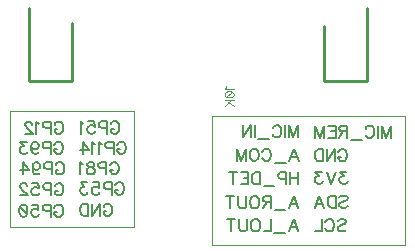
<source format=gbo>
G04 DipTrace 2.4.0.2*
%INBottomSilk.gbr*%
%MOIN*%
%ADD10C,0.0098*%
%ADD23C,0.0013*%
%ADD98C,0.0046*%
%ADD99C,0.0062*%
%FSLAX44Y44*%
G04*
G70*
G90*
G75*
G01*
%LNBotSilk*%
%LPD*%
X8050Y17077D2*
D10*
Y14620D1*
X9484D1*
Y16565D1*
X17876Y16463D2*
Y14620D1*
X19310D1*
Y17077D1*
X7422Y13641D2*
D23*
X11555D1*
Y9752D1*
X7422D1*
Y13641D1*
X14151Y13475D2*
X20594D1*
Y9173D1*
X14151D1*
Y13475D1*
X14627Y14455D2*
D98*
X14613Y14426D1*
X14570Y14383D1*
X14871D1*
X14570Y14204D2*
X14584Y14248D1*
X14627Y14276D1*
X14699Y14291D1*
X14742D1*
X14814Y14276D1*
X14857Y14248D1*
X14871Y14204D1*
Y14176D1*
X14857Y14133D1*
X14814Y14104D1*
X14742Y14090D1*
X14699D1*
X14627Y14104D1*
X14584Y14133D1*
X14570Y14176D1*
Y14204D1*
X14627Y14104D2*
X14814Y14276D1*
X14569Y13997D2*
X14871D1*
X14569Y13796D2*
X14770Y13997D1*
X14698Y13925D2*
X14871Y13796D1*
X8906Y13181D2*
D99*
X8925Y13219D1*
X8964Y13258D1*
X9002Y13277D1*
X9078D1*
X9117Y13258D1*
X9155Y13219D1*
X9174Y13181D1*
X9193Y13124D1*
Y13028D1*
X9174Y12971D1*
X9155Y12932D1*
X9117Y12894D1*
X9078Y12875D1*
X9002D1*
X8964Y12894D1*
X8925Y12932D1*
X8906Y12971D1*
Y13028D1*
X9002D1*
X8783Y13066D2*
X8610D1*
X8553Y13085D1*
X8534Y13105D1*
X8515Y13143D1*
Y13200D1*
X8534Y13238D1*
X8553Y13258D1*
X8610Y13277D1*
X8783D1*
Y12875D1*
X8391Y13200D2*
X8353Y13219D1*
X8295Y13276D1*
Y12875D1*
X8152Y13181D2*
Y13200D1*
X8133Y13238D1*
X8114Y13257D1*
X8076Y13276D1*
X7999D1*
X7961Y13257D1*
X7942Y13238D1*
X7923Y13200D1*
Y13162D1*
X7942Y13123D1*
X7980Y13066D1*
X8172Y12875D1*
X7904D1*
X8899Y12511D2*
X8918Y12549D1*
X8956Y12588D1*
X8994Y12607D1*
X9071D1*
X9109Y12588D1*
X9147Y12549D1*
X9167Y12511D1*
X9186Y12454D1*
Y12358D1*
X9167Y12301D1*
X9147Y12262D1*
X9109Y12224D1*
X9071Y12205D1*
X8994D1*
X8956Y12224D1*
X8918Y12262D1*
X8899Y12301D1*
Y12358D1*
X8994D1*
X8775Y12396D2*
X8603D1*
X8546Y12415D1*
X8526Y12435D1*
X8507Y12473D1*
Y12530D1*
X8526Y12568D1*
X8546Y12588D1*
X8603Y12607D1*
X8775D1*
Y12205D1*
X8135Y12473D2*
X8154Y12415D1*
X8192Y12377D1*
X8250Y12358D1*
X8269D1*
X8326Y12377D1*
X8364Y12415D1*
X8384Y12473D1*
Y12492D1*
X8364Y12549D1*
X8326Y12587D1*
X8269Y12606D1*
X8250D1*
X8192Y12587D1*
X8154Y12549D1*
X8135Y12473D1*
Y12377D1*
X8154Y12281D1*
X8192Y12224D1*
X8250Y12205D1*
X8288D1*
X8345Y12224D1*
X8364Y12262D1*
X7973Y12606D2*
X7763D1*
X7877Y12453D1*
X7820D1*
X7782Y12434D1*
X7763Y12415D1*
X7743Y12358D1*
Y12320D1*
X7763Y12262D1*
X7801Y12224D1*
X7858Y12205D1*
X7916D1*
X7973Y12224D1*
X7992Y12243D1*
X8011Y12281D1*
X8939Y11825D2*
X8958Y11863D1*
X8997Y11901D1*
X9035Y11920D1*
X9111D1*
X9149Y11901D1*
X9188Y11863D1*
X9207Y11825D1*
X9226Y11767D1*
Y11671D1*
X9207Y11614D1*
X9188Y11576D1*
X9149Y11538D1*
X9111Y11518D1*
X9035D1*
X8997Y11538D1*
X8958Y11576D1*
X8939Y11614D1*
Y11671D1*
X9035D1*
X8816Y11710D2*
X8643D1*
X8586Y11729D1*
X8567Y11748D1*
X8548Y11786D1*
Y11844D1*
X8567Y11882D1*
X8586Y11901D1*
X8643Y11920D1*
X8816D1*
Y11518D1*
X8175Y11786D2*
X8195Y11729D1*
X8233Y11690D1*
X8290Y11671D1*
X8309D1*
X8367Y11690D1*
X8405Y11729D1*
X8424Y11786D1*
Y11805D1*
X8405Y11863D1*
X8367Y11901D1*
X8309Y11920D1*
X8290D1*
X8233Y11901D1*
X8195Y11863D1*
X8175Y11786D1*
Y11690D1*
X8195Y11595D1*
X8233Y11537D1*
X8290Y11518D1*
X8328D1*
X8386Y11537D1*
X8405Y11576D1*
X7860Y11518D2*
Y11920D1*
X8052Y11652D1*
X7765D1*
X8912Y11130D2*
X8931Y11168D1*
X8970Y11206D1*
X9008Y11225D1*
X9084D1*
X9123Y11206D1*
X9161Y11168D1*
X9180Y11130D1*
X9199Y11072D1*
Y10976D1*
X9180Y10919D1*
X9161Y10881D1*
X9123Y10843D1*
X9084Y10823D1*
X9008D1*
X8970Y10843D1*
X8931Y10881D1*
X8912Y10919D1*
Y10976D1*
X9008D1*
X8789Y11015D2*
X8616D1*
X8559Y11034D1*
X8540Y11053D1*
X8521Y11091D1*
Y11149D1*
X8540Y11187D1*
X8559Y11206D1*
X8616Y11225D1*
X8789D1*
Y10823D1*
X8168Y11225D2*
X8359D1*
X8378Y11053D1*
X8359Y11072D1*
X8301Y11091D1*
X8244D1*
X8187Y11072D1*
X8148Y11034D1*
X8129Y10976D1*
Y10938D1*
X8148Y10881D1*
X8187Y10842D1*
X8244Y10823D1*
X8301D1*
X8359Y10842D1*
X8378Y10862D1*
X8397Y10900D1*
X7986Y11129D2*
Y11148D1*
X7967Y11187D1*
X7948Y11206D1*
X7910Y11225D1*
X7833D1*
X7795Y11206D1*
X7776Y11187D1*
X7757Y11148D1*
Y11110D1*
X7776Y11072D1*
X7814Y11015D1*
X8006Y10823D1*
X7738D1*
X8901Y10417D2*
X8920Y10455D1*
X8958Y10493D1*
X8996Y10512D1*
X9073D1*
X9111Y10493D1*
X9149Y10455D1*
X9169Y10417D1*
X9188Y10359D1*
Y10263D1*
X9169Y10206D1*
X9149Y10168D1*
X9111Y10130D1*
X9073Y10110D1*
X8996D1*
X8958Y10130D1*
X8920Y10168D1*
X8901Y10206D1*
Y10263D1*
X8996D1*
X8777Y10302D2*
X8605D1*
X8548Y10321D1*
X8528Y10340D1*
X8509Y10378D1*
Y10436D1*
X8528Y10474D1*
X8548Y10493D1*
X8605Y10512D1*
X8777D1*
Y10110D1*
X8156Y10512D2*
X8347D1*
X8366Y10340D1*
X8347Y10359D1*
X8290Y10378D1*
X8233D1*
X8175Y10359D1*
X8137Y10321D1*
X8118Y10263D1*
Y10225D1*
X8137Y10168D1*
X8175Y10129D1*
X8233Y10110D1*
X8290D1*
X8347Y10129D1*
X8366Y10149D1*
X8386Y10187D1*
X7879Y10512D2*
X7937Y10493D1*
X7975Y10435D1*
X7994Y10340D1*
Y10282D1*
X7975Y10187D1*
X7937Y10129D1*
X7879Y10110D1*
X7841D1*
X7784Y10129D1*
X7746Y10187D1*
X7726Y10282D1*
Y10340D1*
X7746Y10435D1*
X7784Y10493D1*
X7841Y10512D1*
X7879D1*
X7746Y10435D2*
X7975Y10187D1*
X10774Y13189D2*
X10793Y13227D1*
X10831Y13266D1*
X10869Y13285D1*
X10946D1*
X10984Y13266D1*
X11022Y13227D1*
X11042Y13189D1*
X11061Y13132D1*
Y13036D1*
X11042Y12979D1*
X11022Y12940D1*
X10984Y12902D1*
X10946Y12883D1*
X10869D1*
X10831Y12902D1*
X10793Y12940D1*
X10774Y12979D1*
Y13036D1*
X10869D1*
X10650Y13074D2*
X10478D1*
X10421Y13093D1*
X10401Y13113D1*
X10382Y13151D1*
Y13208D1*
X10401Y13246D1*
X10421Y13266D1*
X10478Y13285D1*
X10650D1*
Y12883D1*
X10029Y13284D2*
X10220D1*
X10239Y13112D1*
X10220Y13131D1*
X10163Y13151D1*
X10106D1*
X10048Y13131D1*
X10010Y13093D1*
X9991Y13036D1*
Y12998D1*
X10010Y12940D1*
X10048Y12902D1*
X10106Y12883D1*
X10163D1*
X10220Y12902D1*
X10239Y12921D1*
X10259Y12959D1*
X9867Y13208D2*
X9829Y13227D1*
X9771Y13284D1*
Y12883D1*
X10993Y12507D2*
X11012Y12545D1*
X11050Y12584D1*
X11089Y12603D1*
X11165D1*
X11203Y12584D1*
X11242Y12545D1*
X11261Y12507D1*
X11280Y12450D1*
Y12354D1*
X11261Y12297D1*
X11242Y12259D1*
X11203Y12220D1*
X11165Y12201D1*
X11089D1*
X11050Y12220D1*
X11012Y12259D1*
X10993Y12297D1*
Y12354D1*
X11089D1*
X10869Y12392D2*
X10697D1*
X10640Y12411D1*
X10621Y12431D1*
X10602Y12469D1*
Y12526D1*
X10621Y12564D1*
X10640Y12584D1*
X10697Y12603D1*
X10869D1*
Y12201D1*
X10478Y12526D2*
X10440Y12545D1*
X10382Y12603D1*
Y12201D1*
X10259Y12526D2*
X10220Y12545D1*
X10163Y12603D1*
Y12201D1*
X9848D2*
Y12603D1*
X10039Y12335D1*
X9752D1*
X10757Y11836D2*
X10776Y11874D1*
X10815Y11912D1*
X10853Y11931D1*
X10929D1*
X10968Y11912D1*
X11006Y11874D1*
X11025Y11836D1*
X11044Y11778D1*
Y11682D1*
X11025Y11625D1*
X11006Y11587D1*
X10968Y11549D1*
X10929Y11529D1*
X10853D1*
X10815Y11549D1*
X10776Y11587D1*
X10757Y11625D1*
Y11682D1*
X10853D1*
X10634Y11721D2*
X10462D1*
X10404Y11740D1*
X10385Y11759D1*
X10366Y11797D1*
Y11855D1*
X10385Y11893D1*
X10404Y11912D1*
X10462Y11931D1*
X10634D1*
Y11529D1*
X10147Y11931D2*
X10204Y11912D1*
X10223Y11874D1*
Y11835D1*
X10204Y11797D1*
X10166Y11778D1*
X10090Y11759D1*
X10032Y11740D1*
X9994Y11701D1*
X9975Y11663D1*
Y11606D1*
X9994Y11568D1*
X10013Y11548D1*
X10070Y11529D1*
X10147D1*
X10204Y11548D1*
X10223Y11568D1*
X10242Y11606D1*
Y11663D1*
X10223Y11701D1*
X10185Y11740D1*
X10128Y11759D1*
X10051Y11778D1*
X10013Y11797D1*
X9994Y11835D1*
Y11874D1*
X10013Y11912D1*
X10070Y11931D1*
X10147D1*
X9851Y11854D2*
X9813Y11874D1*
X9756Y11931D1*
Y11529D1*
X10928Y11156D2*
X10947Y11194D1*
X10985Y11232D1*
X11023Y11251D1*
X11100D1*
X11138Y11232D1*
X11176Y11194D1*
X11196Y11156D1*
X11215Y11098D1*
Y11002D1*
X11196Y10945D1*
X11176Y10907D1*
X11138Y10869D1*
X11100Y10849D1*
X11023D1*
X10985Y10869D1*
X10947Y10907D1*
X10928Y10945D1*
Y11002D1*
X11023D1*
X10804Y11041D2*
X10632D1*
X10575Y11060D1*
X10555Y11079D1*
X10536Y11117D1*
Y11175D1*
X10555Y11213D1*
X10575Y11232D1*
X10632Y11251D1*
X10804D1*
Y10849D1*
X10183Y11251D2*
X10374D1*
X10393Y11079D1*
X10374Y11098D1*
X10317Y11117D1*
X10260D1*
X10202Y11098D1*
X10164Y11060D1*
X10145Y11002D1*
Y10964D1*
X10164Y10907D1*
X10202Y10868D1*
X10260Y10849D1*
X10317D1*
X10374Y10868D1*
X10393Y10888D1*
X10413Y10926D1*
X9983Y11251D2*
X9773D1*
X9887Y11098D1*
X9830D1*
X9792Y11079D1*
X9773Y11060D1*
X9753Y11002D1*
Y10964D1*
X9773Y10907D1*
X9811Y10868D1*
X9868Y10849D1*
X9926D1*
X9983Y10868D1*
X10002Y10888D1*
X10021Y10926D1*
X10536Y10443D2*
X10555Y10482D1*
X10593Y10520D1*
X10631Y10539D1*
X10708D1*
X10746Y10520D1*
X10784Y10482D1*
X10804Y10443D1*
X10823Y10386D1*
Y10290D1*
X10804Y10233D1*
X10784Y10195D1*
X10746Y10157D1*
X10708Y10137D1*
X10631D1*
X10593Y10157D1*
X10555Y10195D1*
X10536Y10233D1*
Y10290D1*
X10631D1*
X10144Y10539D2*
Y10137D1*
X10412Y10539D1*
Y10137D1*
X10021Y10539D2*
Y10137D1*
X9887D1*
X9829Y10157D1*
X9791Y10195D1*
X9772Y10233D1*
X9753Y10290D1*
Y10386D1*
X9772Y10443D1*
X9791Y10482D1*
X9829Y10520D1*
X9887Y10539D1*
X10021D1*
X16714Y12758D2*
Y13160D1*
X16867Y12758D1*
X17020Y13160D1*
Y12758D1*
X16590Y13160D2*
Y12758D1*
X16180Y13065D2*
X16199Y13103D1*
X16237Y13141D1*
X16275Y13160D1*
X16352D1*
X16390Y13141D1*
X16428Y13103D1*
X16448Y13065D1*
X16467Y13007D1*
Y12911D1*
X16448Y12854D1*
X16428Y12816D1*
X16390Y12778D1*
X16352Y12758D1*
X16275D1*
X16237Y12778D1*
X16199Y12816D1*
X16180Y12854D1*
X16056Y12692D2*
X15693D1*
X15569Y13160D2*
Y12758D1*
X15178Y13160D2*
Y12758D1*
X15446Y13160D1*
Y12758D1*
X16730Y11968D2*
X16883Y12370D1*
X17036Y11968D1*
X16979Y12102D2*
X16787D1*
X16606Y11902D2*
X16243D1*
X15832Y12275D2*
X15851Y12313D1*
X15890Y12351D1*
X15928Y12370D1*
X16004D1*
X16043Y12351D1*
X16081Y12313D1*
X16100Y12275D1*
X16119Y12217D1*
Y12121D1*
X16100Y12064D1*
X16081Y12026D1*
X16043Y11988D1*
X16004Y11968D1*
X15928D1*
X15890Y11988D1*
X15851Y12026D1*
X15832Y12064D1*
X15594Y12370D2*
X15632Y12351D1*
X15670Y12313D1*
X15690Y12275D1*
X15709Y12217D1*
Y12121D1*
X15690Y12064D1*
X15670Y12026D1*
X15632Y11988D1*
X15594Y11968D1*
X15517D1*
X15479Y11988D1*
X15441Y12026D1*
X15422Y12064D1*
X15403Y12121D1*
Y12217D1*
X15422Y12275D1*
X15441Y12313D1*
X15479Y12351D1*
X15517Y12370D1*
X15594D1*
X14973Y11968D2*
Y12370D1*
X15126Y11968D1*
X15279Y12370D1*
Y11968D1*
X17017Y11587D2*
Y11185D1*
X16749Y11587D2*
Y11185D1*
X17017Y11396D2*
X16749D1*
X16626Y11377D2*
X16453D1*
X16396Y11396D1*
X16377Y11415D1*
X16358Y11453D1*
Y11511D1*
X16377Y11549D1*
X16396Y11568D1*
X16453Y11587D1*
X16626D1*
Y11185D1*
X16234Y11119D2*
X15871D1*
X15747Y11587D2*
Y11185D1*
X15613D1*
X15556Y11205D1*
X15517Y11243D1*
X15498Y11281D1*
X15479Y11338D1*
Y11434D1*
X15498Y11492D1*
X15517Y11530D1*
X15556Y11568D1*
X15613Y11587D1*
X15747D1*
X15107D2*
X15356D1*
Y11185D1*
X15107D1*
X15356Y11396D2*
X15203D1*
X14850Y11587D2*
Y11185D1*
X14984Y11587D2*
X14716D1*
X16725Y10390D2*
X16879Y10792D1*
X17032Y10390D1*
X16974Y10524D2*
X16783D1*
X16602Y10323D2*
X16238D1*
X16115Y10600D2*
X15943D1*
X15885Y10620D1*
X15866Y10639D1*
X15847Y10677D1*
Y10715D1*
X15866Y10753D1*
X15885Y10773D1*
X15943Y10792D1*
X16115D1*
Y10390D1*
X15981Y10600D2*
X15847Y10390D1*
X15608Y10792D2*
X15647Y10773D1*
X15685Y10734D1*
X15704Y10696D1*
X15723Y10639D1*
Y10543D1*
X15704Y10486D1*
X15685Y10447D1*
X15647Y10409D1*
X15608Y10390D1*
X15532D1*
X15494Y10409D1*
X15455Y10447D1*
X15436Y10486D1*
X15417Y10543D1*
Y10639D1*
X15436Y10696D1*
X15455Y10734D1*
X15494Y10773D1*
X15532Y10792D1*
X15608D1*
X15294D2*
Y10505D1*
X15275Y10447D1*
X15236Y10409D1*
X15179Y10390D1*
X15141D1*
X15083Y10409D1*
X15045Y10447D1*
X15026Y10505D1*
Y10792D1*
X14768D2*
Y10390D1*
X14902Y10792D2*
X14634D1*
X16718Y9623D2*
X16872Y10024D1*
X17025Y9623D1*
X16967Y9756D2*
X16776D1*
X16595Y9556D2*
X16231D1*
X16108Y10024D2*
Y9623D1*
X15878D1*
X15640Y10024D2*
X15678Y10005D1*
X15716Y9967D1*
X15736Y9929D1*
X15755Y9871D1*
Y9776D1*
X15736Y9718D1*
X15716Y9680D1*
X15678Y9642D1*
X15640Y9623D1*
X15563D1*
X15525Y9642D1*
X15487Y9680D1*
X15468Y9718D1*
X15449Y9776D1*
Y9871D1*
X15468Y9929D1*
X15487Y9967D1*
X15525Y10005D1*
X15563Y10024D1*
X15640D1*
X15325D2*
Y9737D1*
X15306Y9680D1*
X15268Y9642D1*
X15210Y9623D1*
X15172D1*
X15115Y9642D1*
X15076Y9680D1*
X15057Y9737D1*
Y10024D1*
X14800D2*
Y9623D1*
X14934Y10024D2*
X14666D1*
X19805Y12740D2*
Y13142D1*
X19958Y12740D1*
X20111Y13142D1*
Y12740D1*
X19682Y13142D2*
Y12740D1*
X19271Y13047D2*
X19290Y13085D1*
X19329Y13123D1*
X19367Y13142D1*
X19443D1*
X19482Y13123D1*
X19520Y13085D1*
X19539Y13047D1*
X19558Y12989D1*
Y12893D1*
X19539Y12836D1*
X19520Y12798D1*
X19482Y12760D1*
X19443Y12740D1*
X19367D1*
X19329Y12760D1*
X19290Y12798D1*
X19271Y12836D1*
X19148Y12674D2*
X18784D1*
X18661Y12951D2*
X18489D1*
X18431Y12970D1*
X18412Y12989D1*
X18393Y13027D1*
Y13066D1*
X18412Y13104D1*
X18431Y13123D1*
X18489Y13142D1*
X18661D1*
Y12740D1*
X18527Y12951D2*
X18393Y12740D1*
X18021Y13142D2*
X18269D1*
Y12740D1*
X18021D1*
X18269Y12951D2*
X18116D1*
X17591Y12740D2*
Y13142D1*
X17744Y12740D1*
X17897Y13142D1*
Y12740D1*
X18360Y12269D2*
X18379Y12307D1*
X18418Y12346D1*
X18456Y12365D1*
X18532D1*
X18571Y12346D1*
X18609Y12307D1*
X18628Y12269D1*
X18647Y12212D1*
Y12116D1*
X18628Y12059D1*
X18609Y12020D1*
X18571Y11982D1*
X18532Y11963D1*
X18456D1*
X18418Y11982D1*
X18379Y12020D1*
X18360Y12059D1*
Y12116D1*
X18456D1*
X17969Y12365D2*
Y11963D1*
X18237Y12365D1*
Y11963D1*
X17845Y12365D2*
Y11963D1*
X17711D1*
X17654Y11982D1*
X17615Y12020D1*
X17596Y12059D1*
X17577Y12116D1*
Y12212D1*
X17596Y12269D1*
X17615Y12307D1*
X17654Y12346D1*
X17711Y12365D1*
X17845D1*
X18632Y11611D2*
X18422D1*
X18536Y11458D1*
X18479D1*
X18441Y11439D1*
X18422Y11420D1*
X18402Y11363D1*
Y11325D1*
X18422Y11267D1*
X18460Y11229D1*
X18517Y11210D1*
X18575D1*
X18632Y11229D1*
X18651Y11248D1*
X18670Y11286D1*
X18279Y11612D2*
X18126Y11210D1*
X17973Y11612D1*
X17811Y11611D2*
X17601D1*
X17715Y11458D1*
X17658D1*
X17620Y11439D1*
X17601Y11420D1*
X17581Y11363D1*
Y11325D1*
X17601Y11267D1*
X17639Y11229D1*
X17696Y11210D1*
X17754D1*
X17811Y11229D1*
X17830Y11248D1*
X17849Y11286D1*
X18401Y10759D2*
X18439Y10798D1*
X18496Y10817D1*
X18573D1*
X18630Y10798D1*
X18669Y10759D1*
Y10721D1*
X18649Y10683D1*
X18630Y10664D1*
X18592Y10645D1*
X18477Y10606D1*
X18439Y10587D1*
X18420Y10568D1*
X18401Y10530D1*
Y10472D1*
X18439Y10434D1*
X18496Y10415D1*
X18573D1*
X18630Y10434D1*
X18669Y10472D1*
X18277Y10817D2*
Y10415D1*
X18143D1*
X18086Y10434D1*
X18047Y10472D1*
X18028Y10511D1*
X18009Y10568D1*
Y10664D1*
X18028Y10721D1*
X18047Y10759D1*
X18086Y10798D1*
X18143Y10817D1*
X18277D1*
X17579Y10415D2*
X17733Y10817D1*
X17886Y10415D1*
X17828Y10549D2*
X17637D1*
X18342Y9969D2*
X18380Y10007D1*
X18437Y10026D1*
X18514D1*
X18571Y10007D1*
X18610Y9969D1*
Y9930D1*
X18590Y9892D1*
X18571Y9873D1*
X18533Y9854D1*
X18418Y9816D1*
X18380Y9797D1*
X18361Y9777D1*
X18342Y9739D1*
Y9682D1*
X18380Y9644D1*
X18437Y9624D1*
X18514D1*
X18571Y9644D1*
X18610Y9682D1*
X17931Y9930D2*
X17950Y9969D1*
X17989Y10007D1*
X18027Y10026D1*
X18103D1*
X18142Y10007D1*
X18180Y9969D1*
X18199Y9930D1*
X18218Y9873D1*
Y9777D1*
X18199Y9720D1*
X18180Y9682D1*
X18142Y9644D1*
X18103Y9624D1*
X18027D1*
X17989Y9644D1*
X17950Y9682D1*
X17931Y9720D1*
X17808Y10026D2*
Y9624D1*
X17578D1*
M02*

</source>
